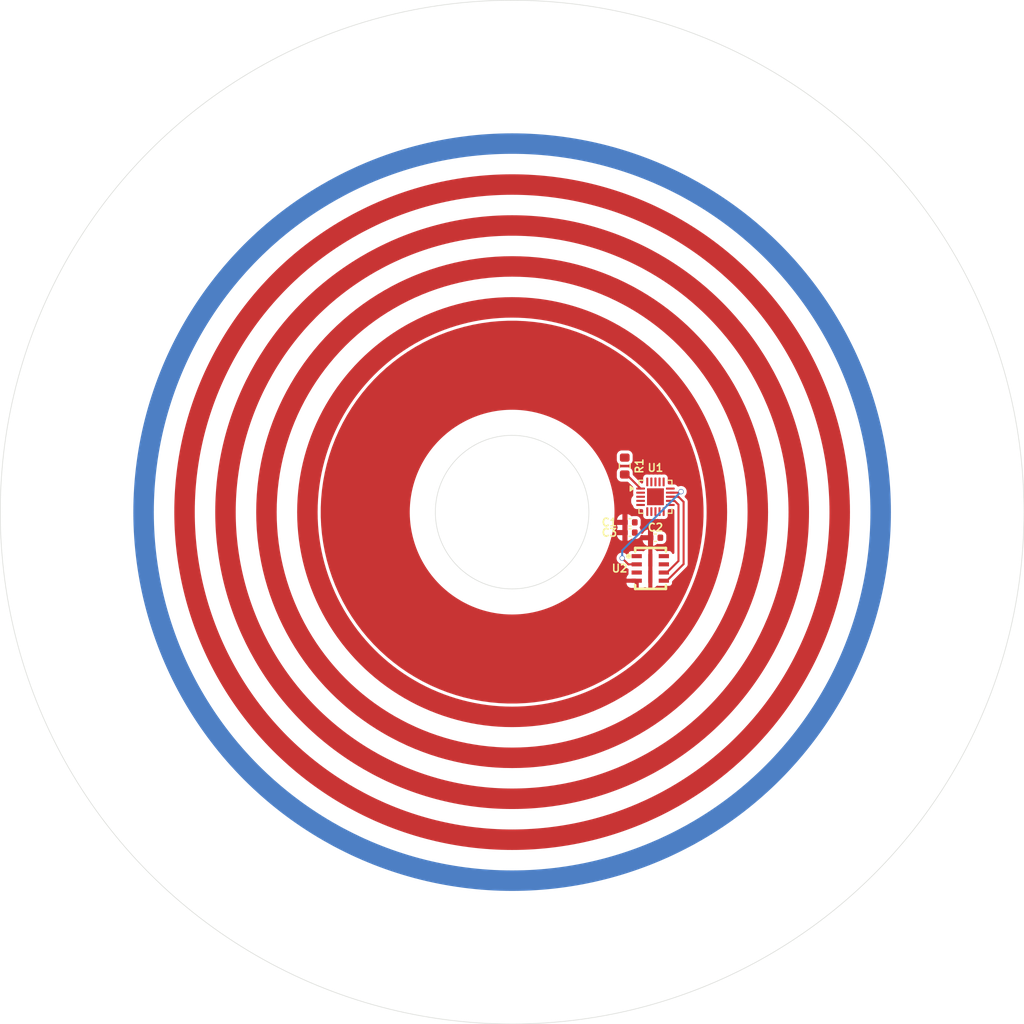
<source format=kicad_pcb>
(kicad_pcb (version 20241229) (generator "pcbnew") (generator_version "9.0")
  (layers (0 "F.Cu" signal) (2 "B.Cu" signal) (13 "F.Paste" user) (15 "B.Paste" user) (5 "F.SilkS" user "F.Silkscreen") (7 "B.SilkS" user "B.Silkscreen") (1 "F.Mask" user) (3 "B.Mask" user) (25 "Edge.Cuts" user))
  (net 0 "")
  (net 1 "+3V3")
  (net 2 "GND")
  (net 5 "/SCK")
  (net 6 "/MOSI")
  (net 8 "/UART_TX")
  (net 11 "/MISO")
  (net 12 "/SWIO")
  (net 14 "/RESET")
  (net 15 "/UART_RX")
  (net 16 "/LED")
  (net 17 "/CS")
  (footprint "easyeda2kicad:DFN-8_L4.0-W3.0-P0.80-TL-EP_GT5YL24A1Y520" (layer "F.Cu") (at 163.5 105.5)
    (property "Reference" "U2" (at -3 0 0) (layer "F.SilkS") (effects (font (size 0.75 0.75))))
    (property "Value" "BY25Q32ESHIG(R)")
    (fp_line (start -1.48 -2) (end -1.48 -1.63) (stroke (width 0.25)) (layer "F.SilkS"))
    (fp_line (start -1.48 -2) (end 1.52 -2) (stroke (width 0.25)) (layer "F.SilkS"))
    (fp_line (start -1.48 1.63) (end -1.48 2) (stroke (width 0.25)) (layer "F.SilkS"))
    (fp_line (start -1.48 2) (end 1.52 2) (stroke (width 0.25)) (layer "F.SilkS"))
    (fp_line (start 1.52 -1.63) (end 1.52 -2) (stroke (width 0.25)) (layer "F.SilkS"))
    (fp_line (start 1.52 2) (end 1.52 1.63) (stroke (width 0.25)) (layer "F.SilkS"))
    (fp_circle (center -2.12 -1.2) (end -1.99 -1.2) (stroke (width 0.25)) (fill no) (layer "F.SilkS"))
    (pad "1" smd rect (at -1.33 -1.2 270) (size 0.4 1) (layers "F.Cu" "F.Mask" "F.Paste") (net 17 "/CS"))
    (pad "2" smd rect (at -1.33 -0.4 270) (size 0.4 1) (layers "F.Cu" "F.Mask" "F.Paste") (net 11 "/MISO"))
    (pad "3" smd rect (at -1.33 0.4 270) (size 0.4 1) (layers "F.Cu" "F.Mask" "F.Paste") (net 1 "+3V3"))
    (pad "4" smd rect (at -1.33 1.2 270) (size 0.4 1) (layers "F.Cu" "F.Mask" "F.Paste") (net 2 "GND"))
    (pad "5" smd rect (at 1.32 1.2 270) (size 0.4 1) (layers "F.Cu" "F.Mask" "F.Paste") (net 6 "/MOSI"))
    (pad "6" smd rect (at 1.32 0.4 270) (size 0.4 1) (layers "F.Cu" "F.Mask" "F.Paste") (net 5 "/SCK"))
    (pad "7" smd rect (at 1.32 -0.4 270) (size 0.4 1) (layers "F.Cu" "F.Mask" "F.Paste") (net 1 "+3V3"))
    (pad "8" smd rect (at 1.32 -1.2 270) (size 0.4 1) (layers "F.Cu" "F.Mask" "F.Paste") (net 1 "+3V3"))
    (pad "9" smd rect (at 0 -0.8) (size 0.4 1.21) (layers "F.Cu" "F.Mask" "F.Paste") (net 2 "GND"))
    (pad "10" smd rect (at 0 0.8) (size 0.4 1.21) (layers "F.Cu" "F.Mask" "F.Paste") (net 2 "GND"))
  )
  (footprint "Capacitor_SMD:C_0402_1005Metric" (layer "F.Cu") (at 161.5 101 180)
    (property "Reference" "C1" (at 2 0 0) (layer "F.SilkS") (effects (font (size 0.75 0.75))))
    (property "Value" "0.1u")
    (fp_line (start -0.107836 0.36) (end 0.107836 0.36) (stroke (width 0.12)) (layer "F.SilkS"))
    (fp_line (start -0.107836 -0.36) (end 0.107836 -0.36) (stroke (width 0.12)) (layer "F.SilkS"))
    (pad "1" smd roundrect (at -0.48 0 180) (size 0.56 0.62) (layers "F.Cu" "F.Mask" "F.Paste") (net 1 "+3V3"))
    (pad "2" smd roundrect (at 0.48 0 180) (size 0.56 0.62) (layers "F.Cu" "F.Mask" "F.Paste") (net 2 "GND"))
  )
  (footprint "Package_DFN_QFN:QFN-20-1EP_3x3mm_P0.4mm_EP1.65x1.65mm" (layer "F.Cu") (at 164 98.5)
    (property "Reference" "U1" (at 0 -2.83 0) (layer "F.SilkS") (effects (font (size 0.75 0.75))))
    (property "Value" "CH32V003FxUx")
    (fp_line (start -1.61 -1.61) (end -1.16 -1.61) (stroke (width 0.12)) (layer "F.SilkS"))
    (fp_line (start -1.61 -1.16) (end -1.61 -1.61) (stroke (width 0.12)) (layer "F.SilkS"))
    (fp_line (start -1.61 1.61) (end -1.61 1.16) (stroke (width 0.12)) (layer "F.SilkS"))
    (fp_line (start -1.16 1.61) (end -1.61 1.61) (stroke (width 0.12)) (layer "F.SilkS"))
    (fp_line (start 1.16 -1.61) (end 1.61 -1.61) (stroke (width 0.12)) (layer "F.SilkS"))
    (fp_line (start 1.61 -1.61) (end 1.61 -1.16) (stroke (width 0.12)) (layer "F.SilkS"))
    (fp_line (start 1.61 1.16) (end 1.61 1.61) (stroke (width 0.12)) (layer "F.SilkS"))
    (fp_line (start 1.61 1.61) (end 1.16 1.61) (stroke (width 0.12)) (layer "F.SilkS"))
    (fp_poly (pts (xy -2.14 -0.8) (xy -2.47 -0.56) (xy -2.47 -1.04)) (stroke (width 0.12)) (fill yes) (layer "F.SilkS"))
    (pad "1" smd roundrect (at -1.45 -0.8) (size 0.85 0.2) (layers "F.Cu" "F.Mask" "F.Paste") (net 14 "/RESET"))
    (pad "2" smd roundrect (at -1.45 -0.4) (size 0.85 0.2) (layers "F.Cu" "F.Mask" "F.Paste"))
    (pad "3" smd roundrect (at -1.45 0) (size 0.85 0.2) (layers "F.Cu" "F.Mask" "F.Paste"))
    (pad "4" smd roundrect (at -1.45 0.4) (size 0.85 0.2) (layers "F.Cu" "F.Mask" "F.Paste") (net 2 "GND"))
    (pad "5" smd roundrect (at -1.45 0.8) (size 0.85 0.2) (layers "F.Cu" "F.Mask" "F.Paste"))
    (pad "6" smd roundrect (at -0.8 1.45) (size 0.2 0.85) (layers "F.Cu" "F.Mask" "F.Paste") (net 1 "+3V3"))
    (pad "7" smd roundrect (at -0.4 1.45) (size 0.2 0.85) (layers "F.Cu" "F.Mask" "F.Paste"))
    (pad "8" smd roundrect (at 0 1.45) (size 0.2 0.85) (layers "F.Cu" "F.Mask" "F.Paste") (net 17 "/CS"))
    (pad "9" smd roundrect (at 0.4 1.45) (size 0.2 0.85) (layers "F.Cu" "F.Mask" "F.Paste"))
    (pad "10" smd roundrect (at 0.8 1.45) (size 0.2 0.85) (layers "F.Cu" "F.Mask" "F.Paste"))
    (pad "11" smd roundrect (at 1.45 0.8) (size 0.85 0.2) (layers "F.Cu" "F.Mask" "F.Paste"))
    (pad "12" smd roundrect (at 1.45 0.4) (size 0.85 0.2) (layers "F.Cu" "F.Mask" "F.Paste") (net 5 "/SCK"))
    (pad "13" smd roundrect (at 1.45 0) (size 0.85 0.2) (layers "F.Cu" "F.Mask" "F.Paste") (net 6 "/MOSI"))
    (pad "14" smd roundrect (at 1.45 -0.4) (size 0.85 0.2) (layers "F.Cu" "F.Mask" "F.Paste") (net 11 "/MISO"))
    (pad "15" smd roundrect (at 1.45 -0.8) (size 0.85 0.2) (layers "F.Cu" "F.Mask" "F.Paste") (net 12 "/SWIO"))
    (pad "16" smd roundrect (at 0.8 -1.45) (size 0.2 0.85) (layers "F.Cu" "F.Mask" "F.Paste"))
    (pad "17" smd roundrect (at 0.4 -1.45) (size 0.2 0.85) (layers "F.Cu" "F.Mask" "F.Paste"))
    (pad "18" smd roundrect (at 0 -1.45) (size 0.2 0.85) (layers "F.Cu" "F.Mask" "F.Paste") (net 16 "/LED"))
    (pad "19" smd roundrect (at -0.4 -1.45) (size 0.2 0.85) (layers "F.Cu" "F.Mask" "F.Paste") (net 8 "/UART_TX"))
    (pad "20" smd roundrect (at -0.8 -1.45) (size 0.2 0.85) (layers "F.Cu" "F.Mask" "F.Paste") (net 15 "/UART_RX"))
    (pad "21" smd rect (at 0 0) (size 1.65 1.65) (property pad_prop_heatsink) (layers "F.Cu" "F.Mask") (net 2 "GND"))
  )
  (footprint "Capacitor_SMD:C_0402_1005Metric" (layer "F.Cu") (at 161.5 102 180)
    (property "Reference" "C3" (at 2 0 0) (layer "F.SilkS") (effects (font (size 0.75 0.75))))
    (property "Value" "1u")
    (fp_line (start -0.107836 0.36) (end 0.107836 0.36) (stroke (width 0.12)) (layer "F.SilkS"))
    (fp_line (start -0.107836 -0.36) (end 0.107836 -0.36) (stroke (width 0.12)) (layer "F.SilkS"))
    (pad "1" smd roundrect (at -0.48 0 180) (size 0.56 0.62) (layers "F.Cu" "F.Mask" "F.Paste") (net 1 "+3V3"))
    (pad "2" smd roundrect (at 0.48 0 180) (size 0.56 0.62) (layers "F.Cu" "F.Mask" "F.Paste") (net 2 "GND"))
  )
  (footprint "Capacitor_SMD:C_0402_1005Metric" (layer "F.Cu") (at 164 102.5 180)
    (property "Reference" "C2" (at 0 1 180) (layer "F.SilkS") (effects (font (size 0.75 0.75))))
    (property "Value" "0.1u")
    (fp_line (start -0.107836 0.36) (end 0.107836 0.36) (stroke (width 0.12)) (layer "F.SilkS"))
    (fp_line (start -0.107836 -0.36) (end 0.107836 -0.36) (stroke (width 0.12)) (layer "F.SilkS"))
    (pad "1" smd roundrect (at -0.48 0 180) (size 0.56 0.62) (layers "F.Cu" "F.Mask" "F.Paste") (net 1 "+3V3"))
    (pad "2" smd roundrect (at 0.48 0 180) (size 0.56 0.62) (layers "F.Cu" "F.Mask" "F.Paste") (net 2 "GND"))
  )
  (footprint "Resistor_SMD:R_0603_1608Metric" (layer "F.Cu") (at 161 95.5 -90)
    (property "Reference" "R1" (at 0 -1.43 90) (layer "F.SilkS") (effects (font (size 0.75 0.75))))
    (property "Value" "10k")
    (fp_line (start -0.237258 0.5225) (end 0.237258 0.5225) (stroke (width 0.12)) (layer "F.SilkS"))
    (fp_line (start -0.237258 -0.5225) (end 0.237258 -0.5225) (stroke (width 0.12)) (layer "F.SilkS"))
    (pad "1" smd roundrect (at -0.825 0 270) (size 0.8 0.95) (layers "F.Cu" "F.Mask" "F.Paste") (net 1 "+3V3"))
    (pad "2" smd roundrect (at 0.825 0 270) (size 0.8 0.95) (layers "F.Cu" "F.Mask" "F.Paste") (net 14 "/RESET"))
  )
  (gr_circle (center 150 100) (end 174 100) (stroke (width 2)) (fill no) (layers "F.Cu" "F.Mask") (net 8))
  (gr_circle (center 150 100) (end 178 100) (stroke (width 2)) (fill no) (layers "F.Cu" "F.Mask") (net 15))
  (gr_circle (center 150 100) (end 182 100) (stroke (width 2)) (fill no) (layers "F.Cu" "F.Mask") (net 2))
  (gr_circle (center 150 100) (end 150 120) (stroke (width 2)) (fill no) (layers "F.Cu" "F.Mask") (net 1))
  (gr_circle (center 150 100) (end 186 100) (stroke (width 2)) (fill no) (layers "B.Cu" "B.Mask") (net 2))
  (gr_circle (center 150 100) (end 150 50) (stroke (width 0.05)) (fill no) (layer "Edge.Cuts"))
  (gr_circle (center 150 100) (end 150 92.5) (stroke (width 0.05)) (fill no) (layer "Edge.Cuts"))
  (segment (start 166.25 99.275) (end 165.875 98.9) (width 0.2) (layer "F.Cu") (net 5))
  (segment (start 165.12 105.9) (end 166.25 104.77) (width 0.2) (layer "F.Cu") (net 5))
  (segment (start 165.875 98.9) (end 165.45 98.9) (width 0.2) (layer "F.Cu") (net 5))
  (segment (start 166.25 104.77) (end 166.25 99.275) (width 0.2) (layer "F.Cu") (net 5))
  (segment (start 164.82 105.9) (end 165.12 105.9) (width 0.2) (layer "F.Cu") (net 5))
  (segment (start 166.25 98.5) (end 165.45 98.5) (width 0.2) (layer "F.Cu") (net 6))
  (segment (start 166.75 99) (end 166.25 98.5) (width 0.2) (layer "F.Cu") (net 6))
  (segment (start 164.82 106.7) (end 165.122 106.7) (width 0.2) (layer "F.Cu") (net 6))
  (segment (start 165.122 106.7) (end 166.75 105.072) (width 0.2) (layer "F.Cu") (net 6))
  (segment (start 166.75 105.072) (end 166.75 99) (width 0.2) (layer "F.Cu") (net 6))
  (segment (start 160.75 104.5) (end 161.35 105.1) (width 0.2) (layer "F.Cu") (net 11))
  (segment (start 165.45 98.1) (end 166.4 98.1) (width 0.2) (layer "F.Cu") (net 11))
  (segment (start 166.4 98.1) (end 166.5 98) (width 0.2) (layer "F.Cu") (net 11))
  (segment (start 161.35 105.1) (end 162.17 105.1) (width 0.2) (layer "F.Cu") (net 11))
  (via (at 166.5 98) (size 0.5) (drill 0.4) (layers "F.Cu" "B.Cu") (net 11))
  (via (at 160.75 104.5) (size 0.5) (drill 0.4) (layers "F.Cu" "B.Cu") (net 11))
  (segment (start 166.5 98) (end 160.75 103.75) (width 0.2) (layer "B.Cu") (net 11))
  (segment (start 160.75 103.75) (end 160.75 104.5) (width 0.2) (layer "B.Cu") (net 11))
  (segment (start 161.175 96.325) (end 161 96.325) (width 0.2) (layer "F.Cu") (net 14))
  (segment (start 162.55 97.7) (end 161.175 96.325) (width 0.2) (layer "F.Cu") (net 14))
  (zone (net 0) (net_name "") (layers "F.Cu" "B.Cu") (connect_pads (clearance 0)) (min_thickness 0.25)
    (keepout (tracks not_allowed) (vias not_allowed) (pads not_allowed) (copperpour not_allowed) (footprints allowed))
    (fill (thermal_gap 0.5) (thermal_bridge_width 0.5))
    (polygon (pts (arc (start 140 100) (mid 160 100) (end 140 100))))
  )
  (zone (net 2) (net_name "GND") (layers "F.Cu" "B.Cu") (priority 1) (connect_pads (clearance 0.3)) (min_thickness 0.25) (fill yes (thermal_gap 0.5) (thermal_bridge_width 0.5))
    (polygon (pts (xy 100 50) (xy 200 50) (xy 200 150) (xy 100 150)))
  )
)
</source>
